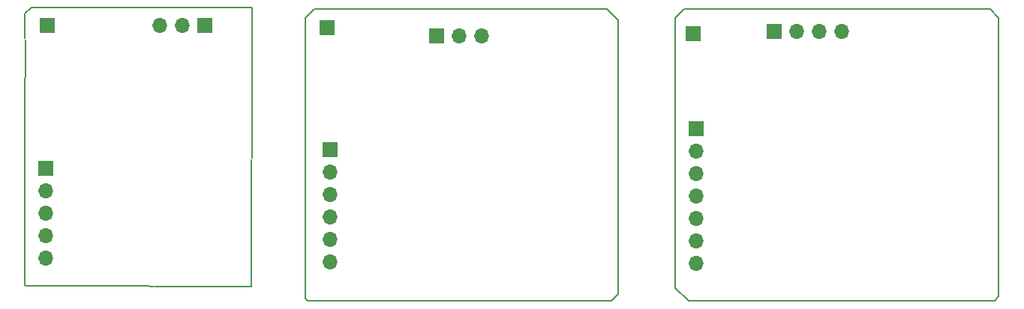
<source format=gbr>
%TF.GenerationSoftware,KiCad,Pcbnew,5.1.9-73d0e3b20d~88~ubuntu20.04.1*%
%TF.CreationDate,2021-01-19T19:28:40-06:00*%
%TF.ProjectId,typring-kicad,74797072-696e-4672-9d6b-696361642e6b,rev?*%
%TF.SameCoordinates,Original*%
%TF.FileFunction,Soldermask,Bot*%
%TF.FilePolarity,Negative*%
%FSLAX46Y46*%
G04 Gerber Fmt 4.6, Leading zero omitted, Abs format (unit mm)*
G04 Created by KiCad (PCBNEW 5.1.9-73d0e3b20d~88~ubuntu20.04.1) date 2021-01-19 19:28:40*
%MOMM*%
%LPD*%
G01*
G04 APERTURE LIST*
%ADD10C,0.150000*%
%ADD11O,1.700000X1.700000*%
%ADD12R,1.700000X1.700000*%
G04 APERTURE END LIST*
D10*
X179500000Y-27000000D02*
X179500000Y-20500000D01*
X179500000Y-37000000D02*
X179500000Y-27000000D01*
X179500000Y-44500000D02*
X179500000Y-37000000D01*
X179500000Y-52000000D02*
X179500000Y-44500000D01*
X179000000Y-52500000D02*
X179500000Y-52000000D01*
X171500000Y-52500000D02*
X179000000Y-52500000D01*
X163000000Y-52500000D02*
X171500000Y-52500000D01*
X153500000Y-52500000D02*
X163000000Y-52500000D01*
X144500000Y-52500000D02*
X153500000Y-52500000D01*
X143000000Y-51000000D02*
X144500000Y-52500000D01*
X143000000Y-45500000D02*
X143000000Y-51000000D01*
X143000000Y-39000000D02*
X143000000Y-45500000D01*
X143000000Y-33000000D02*
X143000000Y-39000000D01*
X143000000Y-27000000D02*
X143000000Y-33000000D01*
X143000000Y-20500000D02*
X143000000Y-27000000D01*
X144000000Y-19500000D02*
X143000000Y-20500000D01*
X154000000Y-19500000D02*
X144000000Y-19500000D01*
X162500000Y-19500000D02*
X154000000Y-19500000D01*
X169000000Y-19500000D02*
X162500000Y-19500000D01*
X178500000Y-19500000D02*
X169000000Y-19500000D01*
X179500000Y-20500000D02*
X178500000Y-19500000D01*
X135750000Y-52500000D02*
X136500000Y-51750000D01*
X129500000Y-52500000D02*
X135750000Y-52500000D01*
X120000000Y-52500000D02*
X129500000Y-52500000D01*
X109750000Y-52500000D02*
X120000000Y-52500000D01*
X101500000Y-52500000D02*
X109750000Y-52500000D01*
X101250000Y-52250000D02*
X101500000Y-52500000D01*
X101250000Y-42250000D02*
X101250000Y-52250000D01*
X101250000Y-35750000D02*
X101250000Y-42250000D01*
X101250000Y-29500000D02*
X101250000Y-35750000D01*
X101250000Y-24750000D02*
X101250000Y-29500000D01*
X101250000Y-20500000D02*
X101250000Y-24750000D01*
X102250000Y-19500000D02*
X101250000Y-20500000D01*
X107000000Y-19500000D02*
X102250000Y-19500000D01*
X116000000Y-19500000D02*
X107000000Y-19500000D01*
X122750000Y-19500000D02*
X116000000Y-19500000D01*
X128750000Y-19500000D02*
X122750000Y-19500000D01*
X135250000Y-19500000D02*
X128750000Y-19500000D01*
X136500000Y-20750000D02*
X135250000Y-19500000D01*
X136500000Y-25000000D02*
X136500000Y-20750000D01*
X136500000Y-33000000D02*
X136500000Y-25000000D01*
X136500000Y-40000000D02*
X136500000Y-33000000D01*
X136500000Y-45250000D02*
X136500000Y-40000000D01*
X136500000Y-51750000D02*
X136500000Y-45250000D01*
X95200000Y-32800000D02*
X95200000Y-32000000D01*
X95200000Y-26400000D02*
X95200000Y-25550000D01*
X95200000Y-19800000D02*
X95200000Y-19400000D01*
X94950000Y-19300000D02*
X95250000Y-19300000D01*
X89400000Y-19300000D02*
X90200000Y-19300000D01*
X81900000Y-19300000D02*
X82750000Y-19300000D01*
X75400000Y-19300000D02*
X76200000Y-19300000D01*
X70700000Y-19300000D02*
X71450000Y-19300000D01*
X69600000Y-22800000D02*
X69600000Y-22550000D01*
X69650000Y-23300000D02*
X69650000Y-22950000D01*
X69600000Y-31950000D02*
X69600000Y-31200000D01*
X69600000Y-38400000D02*
X69600000Y-37650000D01*
X69600000Y-44450000D02*
X69600000Y-44050000D01*
X69600000Y-44750000D02*
X69600000Y-44450000D01*
X69600000Y-50450000D02*
X69600000Y-50700000D01*
X69950000Y-50800000D02*
X69650000Y-50800000D01*
X77500000Y-50800000D02*
X76750000Y-50800000D01*
X84150000Y-50900000D02*
X83800000Y-50900000D01*
X83450000Y-50750000D02*
X83750000Y-50900000D01*
X88550000Y-50900000D02*
X89400000Y-50900000D01*
X93900000Y-50900000D02*
X93050000Y-50900000D01*
X95100000Y-48550000D02*
X95100000Y-47750000D01*
X95100000Y-41700000D02*
X95100000Y-42500000D01*
X95200000Y-36300000D02*
X95200000Y-36050000D01*
X95100000Y-36850000D02*
X95100000Y-36500000D01*
X69600000Y-44050000D02*
X69600000Y-38400000D01*
X69600000Y-50450000D02*
X69600000Y-44750000D01*
X76750000Y-50800000D02*
X69950000Y-50800000D01*
X83450000Y-50750000D02*
X77500000Y-50800000D01*
X88550000Y-50900000D02*
X84200000Y-50900000D01*
X93100000Y-50900000D02*
X89400000Y-50900000D01*
X95100000Y-50900000D02*
X95100000Y-48600000D01*
X93900000Y-50900000D02*
X95100000Y-50900000D01*
X95100000Y-47750000D02*
X95100000Y-42550000D01*
X95100000Y-41650000D02*
X95100000Y-36850000D01*
X95200000Y-36000000D02*
X95200000Y-32800000D01*
X95200000Y-32000000D02*
X95200000Y-26400000D01*
X95200000Y-19800000D02*
X95200000Y-25550000D01*
X90200000Y-19300000D02*
X94950000Y-19300000D01*
X82750000Y-19300000D02*
X89400000Y-19300000D01*
X76200000Y-19300000D02*
X81900000Y-19300000D01*
X71450000Y-19300000D02*
X75400000Y-19300000D01*
X70300000Y-19300000D02*
X70700000Y-19300000D01*
X69600000Y-20000000D02*
X70300000Y-19300000D01*
X69600000Y-22500000D02*
X69600000Y-20000000D01*
X69600000Y-31200000D02*
X69650000Y-23300000D01*
X69600000Y-37650000D02*
X69600000Y-31950000D01*
D11*
%TO.C,J9*%
X145316780Y-48223692D03*
X145316780Y-45683692D03*
X145316780Y-43143692D03*
X145316780Y-40603692D03*
X145316780Y-38063692D03*
X145316780Y-35523692D03*
D12*
X145316780Y-32983692D03*
%TD*%
%TO.C,J8*%
X145031883Y-22233111D03*
%TD*%
D11*
%TO.C,J7*%
X121130000Y-22500000D03*
X118590000Y-22500000D03*
D12*
X116050000Y-22500000D03*
%TD*%
D11*
%TO.C,J6*%
X104000000Y-48100000D03*
X104000000Y-45560000D03*
X104000000Y-43020000D03*
X104000000Y-40480000D03*
X104000000Y-37940000D03*
D12*
X104000000Y-35400000D03*
%TD*%
%TO.C,J5*%
X103700000Y-21600000D03*
%TD*%
D11*
%TO.C,J4*%
X161738408Y-22033113D03*
X159198408Y-22033113D03*
X156658408Y-22033113D03*
D12*
X154118408Y-22033113D03*
%TD*%
%TO.C,J3*%
X72100000Y-21300000D03*
%TD*%
D11*
%TO.C,J2*%
X71900000Y-47660000D03*
X71900000Y-45120000D03*
X71900000Y-42580000D03*
X71900000Y-40040000D03*
D12*
X71900000Y-37500000D03*
%TD*%
D11*
%TO.C,J1*%
X84820000Y-21300000D03*
X87360000Y-21300000D03*
D12*
X89900000Y-21300000D03*
%TD*%
M02*

</source>
